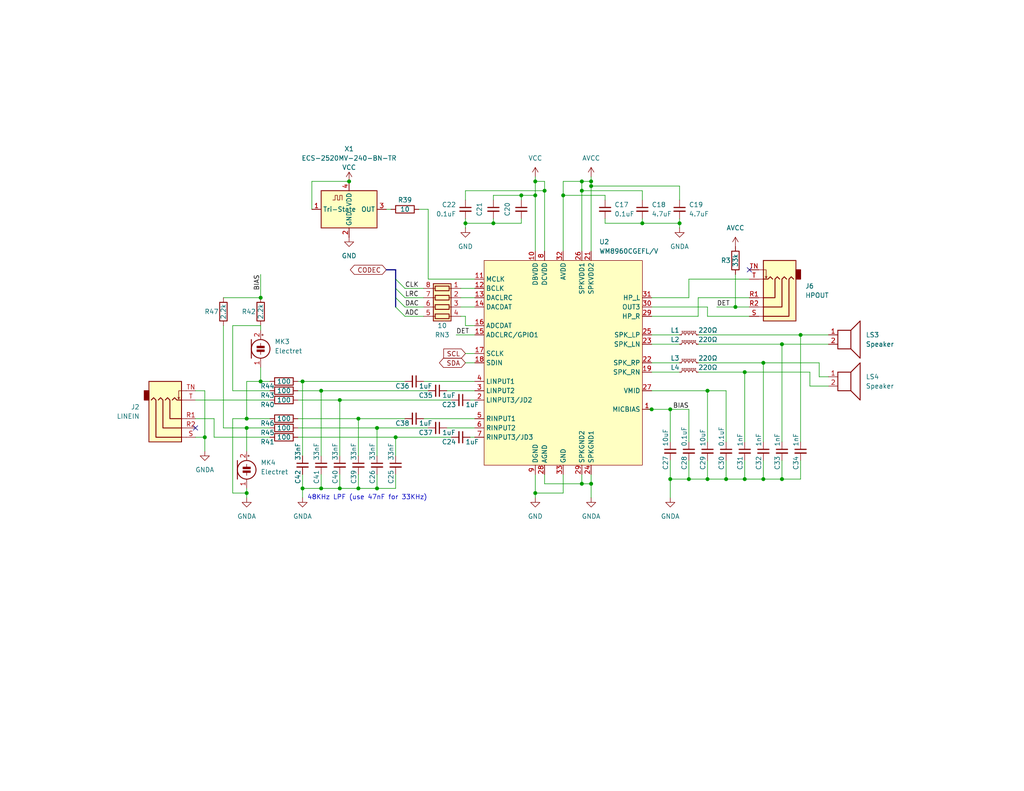
<source format=kicad_sch>
(kicad_sch (version 20231120) (generator "eeschema") (generator_version "8.0")
  (paper "A")
  (title_block (title "PicoSynth_Sandbox - Audio Output") (date "2024-09-08") (rev "3") (comment 3 "pico-synth-sandbox.dcdalrymple.com") (comment 4 "D Cooper Dalrymple"))
  (lib_symbols
    (symbol "Connector_Audio:AudioJack4_SwitchT1"
      (property "Reference" "J" (at 0 11.43 0))
      (property "Value" "AudioJack4_SwitchT1" (at 0 8.89 0))
      (symbol "AudioJack4_SwitchT1_0_1"
        (rectangle (start -7.62 -5.08) (end -8.89 -7.62) (stroke (width 0.254)) (fill (type outline)))
        (polyline (pts (xy 1.27 -5.08) (xy 2.54 -5.08)))
        (polyline (pts (xy 1.27 2.54) (xy 2.54 2.54)))
        (polyline (pts (xy 2.54 0) (xy 1.27 0)))
        (polyline (pts (xy 2.54 5.08) (xy 1.27 5.08)))
        (rectangle (start 1.27 6.35) (end -7.62 -10.16) (stroke (width 0.254)) (fill (type background)))
      )
      (symbol "AudioJack4_SwitchT1_1_1"
        (polyline (pts (xy 0.508 -5.334) (xy 0.762 -5.842)))
        (polyline (pts (xy -1.27 -5.08) (xy -0.635 -5.715) (xy 0 -5.08) (xy 1.27 -5.08)) (stroke (width 0.254)))
        (polyline (pts (xy 2.54 -7.62) (xy 0.508 -7.62) (xy 0.508 -5.334) (xy 0.254 -5.842)))
        (polyline (pts (xy -3.175 -5.08) (xy -2.54 -5.715) (xy -1.905 -5.08) (xy -1.905 0) (xy 1.27 0)) (stroke (width 0.254)))
        (polyline (pts (xy 1.27 2.54) (xy -3.81 2.54) (xy -3.81 -5.08) (xy -4.445 -5.715) (xy -5.08 -5.08)) (stroke (width 0.254)))
        (polyline (pts (xy 1.27 5.08) (xy -5.715 5.08) (xy -5.715 -5.08) (xy -6.35 -5.715) (xy -6.985 -5.08)) (stroke (width 0.254)))
        (pin passive line (at 5.08 0 180) (length 2.54) (name "~") (number "R1"))
        (pin passive line (at 5.08 2.54 180) (length 2.54) (name "~") (number "R2"))
        (pin passive line (at 5.08 5.08 180) (length 2.54) (name "~") (number "S"))
        (pin passive line (at 5.08 -5.08 180) (length 2.54) (name "~") (number "T"))
        (pin passive line (at 5.08 -7.62 180) (length 2.54) (name "~") (number "TN"))
      )
    )
    (symbol "Device:C_Small" (pin_numbers hide) (pin_names (offset 0.254) hide)
      (property "Reference" "C" (at 0.254 1.778 0))
      (property "Value" "C_Small" (at 0.254 -2.032 0))
      (symbol "C_Small_0_1"
        (polyline (pts (xy -1.524 -0.508) (xy 1.524 -0.508)) (stroke (width 0.3302)))
        (polyline (pts (xy -1.524 0.508) (xy 1.524 0.508)) (stroke (width 0.3048)))
      )
      (symbol "C_Small_1_1"
        (pin passive line (at 0 2.54 270) (length 2.032) (name "~") (number "1"))
        (pin passive line (at 0 -2.54 90) (length 2.032) (name "~") (number "2"))
      )
    )
    (symbol "Device:L_Ferrite_Small" (pin_numbers hide) (pin_names (offset 0.254) hide)
      (property "Reference" "L" (at 1.27 1.016 0))
      (property "Value" "L_Ferrite_Small" (at 1.27 -1.27 0))
      (symbol "L_Ferrite_Small_0_1"
        (arc (start 0 -2.032) (mid 0.5058 -1.524) (end 0 -1.016))
        (arc (start 0 -1.016) (mid 0.5058 -0.508) (end 0 0))
        (polyline (pts (xy 0.762 -1.905) (xy 0.762 -1.651)))
        (polyline (pts (xy 0.762 -1.397) (xy 0.762 -1.143)))
        (polyline (pts (xy 0.762 -0.889) (xy 0.762 -0.635)))
        (polyline (pts (xy 0.762 -0.381) (xy 0.762 -0.127)))
        (polyline (pts (xy 0.762 0.127) (xy 0.762 0.381)))
        (polyline (pts (xy 0.762 0.635) (xy 0.762 0.889)))
        (polyline (pts (xy 0.762 1.143) (xy 0.762 1.397)))
        (polyline (pts (xy 0.762 1.651) (xy 0.762 1.905)))
        (polyline (pts (xy 1.016 -1.651) (xy 1.016 -1.905)))
        (polyline (pts (xy 1.016 -1.143) (xy 1.016 -1.397)))
        (polyline (pts (xy 1.016 -0.635) (xy 1.016 -0.889)))
        (polyline (pts (xy 1.016 -0.127) (xy 1.016 -0.381)))
        (polyline (pts (xy 1.016 0.381) (xy 1.016 0.127)))
        (polyline (pts (xy 1.016 0.889) (xy 1.016 0.635)))
        (polyline (pts (xy 1.016 1.397) (xy 1.016 1.143)))
        (polyline (pts (xy 1.016 1.905) (xy 1.016 1.651)))
        (arc (start 0 0) (mid 0.5058 0.508) (end 0 1.016))
        (arc (start 0 1.016) (mid 0.5058 1.524) (end 0 2.032))
      )
      (symbol "L_Ferrite_Small_1_1"
        (pin passive line (at 0 2.54 270) (length 0.508) (name "~") (number "1"))
        (pin passive line (at 0 -2.54 90) (length 0.508) (name "~") (number "2"))
      )
    )
    (symbol "Device:Microphone_Condenser" (pin_names (offset 0.0254) hide)
      (property "Reference" "MK" (at -3.302 1.27 0))
      (property "Value" "Microphone_Condenser" (at -3.302 -0.635 0))
      (symbol "Microphone_Condenser_0_1"
        (polyline (pts (xy -2.54 2.54) (xy -2.54 -2.54)) (stroke (width 0.254)))
        (polyline (pts (xy 0 -0.762) (xy 0 -1.524)))
        (polyline (pts (xy 0 0.762) (xy 0 1.524)))
        (polyline (pts (xy 0.254 3.81) (xy 0.762 3.81)))
        (polyline (pts (xy 0.508 4.064) (xy 0.508 3.556)))
        (circle (center 0 0) (radius 2.54) (stroke (width 0.254)))
        (rectangle (start 1.016 -0.254) (end -1.016 -0.762) (fill (type outline)))
        (rectangle (start 1.016 0.762) (end -1.016 0.254) (fill (type outline)))
      )
      (symbol "Microphone_Condenser_1_1"
        (pin passive line (at 0 -5.08 90) (length 2.54) (name "-") (number "1"))
        (pin passive line (at 0 5.08 270) (length 2.54) (name "+") (number "2"))
      )
    )
    (symbol "Device:R" (pin_numbers hide) (pin_names (offset 0))
      (property "Reference" "R" (at 2.032 0 90))
      (property "Value" "R" (at 0 0 90))
      (symbol "R_0_1"
        (rectangle (start -1.016 -2.54) (end 1.016 2.54) (stroke (width 0.254)))
      )
      (symbol "R_1_1"
        (pin passive line (at 0 3.81 270) (length 1.27) (name "~") (number "1"))
        (pin passive line (at 0 -3.81 90) (length 1.27) (name "~") (number "2"))
      )
    )
    (symbol "Device:R_Pack04" (pin_names (offset 0) hide)
      (property "Reference" "RN" (at -7.62 0 90))
      (property "Value" "R_Pack04" (at 5.08 0 90))
      (symbol "R_Pack04_0_1"
        (rectangle (start -6.35 -2.413) (end 3.81 2.413) (stroke (width 0.254)) (fill (type background)))
        (rectangle (start -5.715 1.905) (end -4.445 -1.905) (stroke (width 0.254)))
        (rectangle (start -3.175 1.905) (end -1.905 -1.905) (stroke (width 0.254)))
        (rectangle (start -0.635 1.905) (end 0.635 -1.905) (stroke (width 0.254)))
        (polyline (pts (xy -5.08 -2.54) (xy -5.08 -1.905)))
        (polyline (pts (xy -5.08 1.905) (xy -5.08 2.54)))
        (polyline (pts (xy -2.54 -2.54) (xy -2.54 -1.905)))
        (polyline (pts (xy -2.54 1.905) (xy -2.54 2.54)))
        (polyline (pts (xy 0 -2.54) (xy 0 -1.905)))
        (polyline (pts (xy 0 1.905) (xy 0 2.54)))
        (polyline (pts (xy 2.54 -2.54) (xy 2.54 -1.905)))
        (polyline (pts (xy 2.54 1.905) (xy 2.54 2.54)))
        (rectangle (start 1.905 1.905) (end 3.175 -1.905) (stroke (width 0.254)))
      )
      (symbol "R_Pack04_1_1"
        (pin passive line (at -5.08 -5.08 90) (length 2.54) (name "R1.1") (number "1"))
        (pin passive line (at -2.54 -5.08 90) (length 2.54) (name "R2.1") (number "2"))
        (pin passive line (at 0 -5.08 90) (length 2.54) (name "R3.1") (number "3"))
        (pin passive line (at 2.54 -5.08 90) (length 2.54) (name "R4.1") (number "4"))
        (pin passive line (at 2.54 5.08 270) (length 2.54) (name "R4.2") (number "5"))
        (pin passive line (at 0 5.08 270) (length 2.54) (name "R3.2") (number "6"))
        (pin passive line (at -2.54 5.08 270) (length 2.54) (name "R2.2") (number "7"))
        (pin passive line (at -5.08 5.08 270) (length 2.54) (name "R1.2") (number "8"))
      )
    )
    (symbol "Device:Speaker" (pin_names (offset 0) hide)
      (property "Reference" "LS" (at 1.27 5.715 0))
      (property "Value" "Speaker" (at 1.27 3.81 0))
      (symbol "Speaker_0_0"
        (rectangle (start -2.54 1.27) (end 1.016 -3.81) (stroke (width 0.254)))
        (polyline (pts (xy 1.016 1.27) (xy 3.556 3.81) (xy 3.556 -6.35) (xy 1.016 -3.81)) (stroke (width 0.254)))
      )
      (symbol "Speaker_1_1"
        (pin input line (at -5.08 0 0) (length 2.54) (name "1") (number "1"))
        (pin input line (at -5.08 -2.54 0) (length 2.54) (name "2") (number "2"))
      )
    )
    (symbol "GNDA_1" (power) (pin_numbers hide) (pin_names (offset 0) hide)
      (property "Value" "GNDA" (at 0 -3.81 0))
      (symbol "GNDA_1_0_1"
        (polyline (pts (xy 0 0) (xy 0 -1.27) (xy 1.27 -1.27) (xy 0 -2.54) (xy -1.27 -1.27) (xy 0 -1.27)))
      )
      (symbol "GNDA_1_1_1"
        (pin power_in line (at 0 0 270) (length 0) (name "~") (number "1"))
      )
    )
    (symbol "Oscillator:ECS-2520MV-xxx-xx"
      (property "Reference" "X" (at -5.08 6.35 0))
      (property "Value" "ECS-2520MV-xxx-xx" (at 1.27 -6.35 0))
      (symbol "ECS-2520MV-xxx-xx_0_1"
        (rectangle (start -7.62 5.08) (end 7.62 -5.08) (stroke (width 0.254)) (fill (type background)))
        (polyline (pts (xy -4.445 2.54) (xy -3.81 2.54) (xy -3.81 3.81) (xy -3.175 3.81) (xy -3.175 2.54) (xy -2.54 2.54) (xy -2.54 3.81) (xy -1.905 3.81) (xy -1.905 2.54)))
      )
      (symbol "ECS-2520MV-xxx-xx_1_1"
        (pin input line (at -10.16 0 0) (length 2.54) (name "Tri-State") (number "1"))
        (pin power_in line (at 0 -7.62 90) (length 2.54) (name "GND") (number "2"))
        (pin output line (at 10.16 0 180) (length 2.54) (name "OUT") (number "3"))
        (pin power_in line (at 0 7.62 270) (length 2.54) (name "VDD") (number "4"))
      )
    )
    (symbol "PicoSynth_Sandbox:AVCC" (power) (pin_names (offset 0))
      (property "Value" "AVCC" (at 0 3.81 0))
      (symbol "AVCC_0_1"
        (polyline (pts (xy -0.762 1.27) (xy 0 2.54)))
        (polyline (pts (xy 0 0) (xy 0 2.54)))
        (polyline (pts (xy 0 2.54) (xy 0.762 1.27)))
      )
      (symbol "AVCC_1_1"
        (pin power_in line (at 0 0 90) (length 0) hide (name "VSYS") (number "1"))
      )
    )
    (symbol "PicoSynth_Sandbox:WM8960CGEFL/V"
      (property "Reference" "U" (at 22.86 26.67 0))
      (property "Value" "WM8960CGEFL/V" (at 22.86 24.13 0))
      (symbol "WM8960CGEFL/V_1_1"
        (rectangle (start -21.59 27.94) (end 21.59 -27.94) (fill (type background)))
        (pin input line (at 24.13 -12.7 180) (length 2.54) (name "MICBIAS") (number "1"))
        (pin power_in line (at -7.62 30.48 270) (length 2.54) (name "DBVDD") (number "10"))
        (pin input line (at -24.13 22.86 0) (length 2.54) (name "MCLK") (number "11"))
        (pin input line (at -24.13 20.32 0) (length 2.54) (name "BCLK") (number "12"))
        (pin input line (at -24.13 17.78 0) (length 2.54) (name "DACLRC") (number "13"))
        (pin input line (at -24.13 15.24 0) (length 2.54) (name "DACDAT") (number "14"))
        (pin output line (at -24.13 7.62 0) (length 2.54) (name "ADCLRC/GPIO1") (number "15"))
        (pin output line (at -24.13 10.16 0) (length 2.54) (name "ADCDAT") (number "16"))
        (pin input line (at -24.13 2.54 0) (length 2.54) (name "SCLK") (number "17"))
        (pin bidirectional line (at -24.13 0 0) (length 2.54) (name "SDIN") (number "18"))
        (pin output line (at 24.13 -2.54 180) (length 2.54) (name "SPK_RN") (number "19"))
        (pin input line (at -24.13 -10.16 0) (length 2.54) (name "LINPUT3/JD2") (number "2"))
        (pin power_in line (at 7.62 30.48 270) (length 2.54) (name "SPKVDD2") (number "21"))
        (pin output line (at 24.13 0 180) (length 2.54) (name "SPK_RP") (number "22"))
        (pin output line (at 24.13 5.08 180) (length 2.54) (name "SPK_LN") (number "23"))
        (pin power_in line (at 7.62 -30.48 90) (length 2.54) (name "SPKGND1") (number "24"))
        (pin output line (at 24.13 7.62 180) (length 2.54) (name "SPK_LP") (number "25"))
        (pin power_in line (at 5.08 30.48 270) (length 2.54) (name "SPKVDD1") (number "26"))
        (pin input line (at 24.13 -7.62 180) (length 2.54) (name "VMID") (number "27"))
        (pin power_in line (at -5.08 -30.48 90) (length 2.54) (name "AGND") (number "28"))
        (pin output line (at 24.13 12.7 180) (length 2.54) (name "HP_R") (number "29"))
        (pin power_in line (at 5.08 -30.48 90) (length 2.54) (name "SPKGND2") (number "29"))
        (pin input line (at -24.13 -7.62 0) (length 2.54) (name "LINPUT2") (number "3"))
        (pin output line (at 24.13 15.24 180) (length 2.54) (name "OUT3") (number "30"))
        (pin output line (at 24.13 17.78 180) (length 2.54) (name "HP_L") (number "31"))
        (pin power_in line (at 0 30.48 270) (length 2.54) (name "AVDD") (number "32"))
        (pin power_in line (at 0 -30.48 90) (length 2.54) (name "GND") (number "33"))
        (pin input line (at -24.13 -5.08 0) (length 2.54) (name "LINPUT1") (number "4"))
        (pin input line (at -24.13 -15.24 0) (length 2.54) (name "RINPUT1") (number "5"))
        (pin input line (at -24.13 -17.78 0) (length 2.54) (name "RINPUT2") (number "6"))
        (pin input line (at -24.13 -20.32 0) (length 2.54) (name "RINPUT3/JD3") (number "7"))
        (pin power_in line (at -5.08 30.48 270) (length 2.54) (name "DCVDD") (number "8"))
        (pin power_in line (at -7.62 -30.48 90) (length 2.54) (name "DGND") (number "9"))
      )
    )
    (symbol "power:GND" (power) (pin_numbers hide) (pin_names (offset 0) hide)
      (property "Value" "GND" (at 0 -3.81 0))
      (symbol "GND_0_1"
        (polyline (pts (xy 0 0) (xy 0 -1.27) (xy 1.27 -1.27) (xy 0 -2.54) (xy -1.27 -1.27) (xy 0 -1.27)))
      )
      (symbol "GND_1_1"
        (pin power_in line (at 0 0 270) (length 0) (name "~") (number "1"))
      )
    )
    (symbol "power:GNDA" (power) (pin_names (offset 0))
      (property "Value" "GNDA" (at 0 -3.81 0))
      (symbol "GNDA_0_1"
        (polyline (pts (xy 0 0) (xy 0 -1.27) (xy 1.27 -1.27) (xy 0 -2.54) (xy -1.27 -1.27) (xy 0 -1.27)))
      )
      (symbol "GNDA_1_1"
        (pin power_in line (at 0 0 270) (length 0) hide (name "GNDA") (number "1"))
      )
    )
    (symbol "power:VCC" (power) (pin_numbers hide) (pin_names (offset 0) hide)
      (property "Value" "VCC" (at 0 3.556 0))
      (symbol "VCC_0_1"
        (polyline (pts (xy -0.762 1.27) (xy 0 2.54)))
        (polyline (pts (xy 0 0) (xy 0 2.54)))
        (polyline (pts (xy 0 2.54) (xy 0.762 1.27)))
      )
      (symbol "VCC_1_1"
        (pin power_in line (at 0 0 90) (length 0) (name "~") (number "1"))
      )
    )
  )
  (junction (at 67.31 114.3))
  (junction (at 102.87 116.84))
  (junction (at 82.55 133.35))
  (junction (at 158.75 132.08))
  (junction (at 87.63 106.68))
  (junction (at 55.88 119.38))
  (junction (at 185.42 60.96))
  (junction (at 87.63 133.35))
  (junction (at 213.36 93.98))
  (junction (at 177.8 111.76))
  (junction (at 200.66 83.82))
  (junction (at 213.36 130.81))
  (junction (at 102.87 133.35))
  (junction (at 193.04 130.81))
  (junction (at 175.26 60.96))
  (junction (at 67.31 134.62))
  (junction (at 71.12 81.28))
  (junction (at 146.05 53.34))
  (junction (at 158.75 49.53))
  (junction (at 182.88 111.76))
  (junction (at 71.12 104.14))
  (junction (at 187.96 130.81))
  (junction (at 82.55 104.14))
  (junction (at 148.59 52.07))
  (junction (at 146.05 49.53))
  (junction (at 161.29 132.08))
  (junction (at 198.12 130.81))
  (junction (at 208.28 99.06))
  (junction (at 146.05 134.62))
  (junction (at 92.71 133.35))
  (junction (at 142.24 53.34))
  (junction (at 208.28 130.81))
  (junction (at 158.75 52.07))
  (junction (at 182.88 130.81))
  (junction (at 97.79 114.3))
  (junction (at 95.25 49.53))
  (junction (at 218.44 91.44))
  (junction (at 153.67 53.34))
  (junction (at 161.29 50.8))
  (junction (at 67.31 116.84))
  (junction (at 127 60.96))
  (junction (at 134.62 60.96))
  (junction (at 97.79 133.35))
  (junction (at 193.04 106.68))
  (junction (at 107.95 119.38))
  (junction (at 203.2 130.81))
  (junction (at 161.29 49.53))
  (junction (at 92.71 109.22))
  (junction (at 203.2 101.6))
  (no_connect (at 53.34 116.84))
  (no_connect (at 204.47 73.66))
  (bus_entry (at 107.95 78.74) (size 2.54 2.54))
  (bus_entry (at 107.95 83.82) (size 2.54 2.54))
  (bus_entry (at 107.95 76.2) (size 2.54 2.54))
  (bus_entry (at 107.95 81.28) (size 2.54 2.54))
  (wire (pts (xy 153.67 53.34) (xy 153.67 68.58)))
  (wire (pts (xy 158.75 129.54) (xy 158.75 132.08)))
  (wire (pts (xy 223.52 102.87) (xy 223.52 99.06)))
  (wire (pts (xy 218.44 91.44) (xy 218.44 120.65)))
  (wire (pts (xy 63.5 134.62) (xy 63.5 114.3)))
  (wire (pts (xy 175.26 60.96) (xy 175.26 59.69)))
  (wire (pts (xy 87.63 106.68) (xy 116.84 106.68)))
  (wire (pts (xy 187.96 120.65) (xy 187.96 111.76)))
  (wire (pts (xy 148.59 52.07) (xy 148.59 68.58)))
  (wire (pts (xy 125.73 81.28) (xy 129.54 81.28)))
  (wire (pts (xy 146.05 49.53) (xy 148.59 49.53)))
  (wire (pts (xy 105.41 57.15) (xy 106.68 57.15)))
  (wire (pts (xy 190.5 91.44) (xy 218.44 91.44)))
  (wire (pts (xy 193.04 83.82) (xy 193.04 86.36)))
  (wire (pts (xy 127 99.06) (xy 129.54 99.06)))
  (wire (pts (xy 177.8 106.68) (xy 193.04 106.68)))
  (wire (pts (xy 67.31 135.89) (xy 67.31 134.62)))
  (wire (pts (xy 63.5 106.68) (xy 73.66 106.68)))
  (wire (pts (xy 81.28 104.14) (xy 82.55 104.14)))
  (wire (pts (xy 165.1 60.96) (xy 165.1 59.69)))
  (wire (pts (xy 220.98 101.6) (xy 220.98 105.41)))
  (wire (pts (xy 218.44 125.73) (xy 218.44 130.81)))
  (wire (pts (xy 60.96 88.9) (xy 60.96 116.84)))
  (wire (pts (xy 128.27 119.38) (xy 129.54 119.38)))
  (wire (pts (xy 218.44 91.44) (xy 226.06 91.44)))
  (wire (pts (xy 148.59 49.53) (xy 148.59 52.07)))
  (wire (pts (xy 115.57 114.3) (xy 129.54 114.3)))
  (wire (pts (xy 97.79 124.46) (xy 97.79 114.3)))
  (wire (pts (xy 223.52 99.06) (xy 208.28 99.06)))
  (wire (pts (xy 158.75 132.08) (xy 161.29 132.08)))
  (wire (pts (xy 102.87 116.84) (xy 116.84 116.84)))
  (wire (pts (xy 158.75 52.07) (xy 158.75 68.58)))
  (wire (pts (xy 185.42 59.69) (xy 185.42 60.96)))
  (wire (pts (xy 82.55 129.54) (xy 82.55 133.35)))
  (wire (pts (xy 175.26 60.96) (xy 165.1 60.96)))
  (wire (pts (xy 190.5 99.06) (xy 208.28 99.06)))
  (wire (pts (xy 127 86.36) (xy 127 88.9)))
  (wire (pts (xy 127 54.61) (xy 127 52.07)))
  (wire (pts (xy 213.36 93.98) (xy 226.06 93.98)))
  (wire (pts (xy 134.62 53.34) (xy 134.62 54.61)))
  (wire (pts (xy 81.28 109.22) (xy 92.71 109.22)))
  (wire (pts (xy 116.84 76.2) (xy 129.54 76.2)))
  (wire (pts (xy 87.63 129.54) (xy 87.63 133.35)))
  (wire (pts (xy 81.28 119.38) (xy 107.95 119.38)))
  (wire (pts (xy 53.34 119.38) (xy 55.88 119.38)))
  (wire (pts (xy 153.67 49.53) (xy 153.67 53.34)))
  (wire (pts (xy 115.57 104.14) (xy 129.54 104.14)))
  (wire (pts (xy 182.88 130.81) (xy 182.88 135.89)))
  (wire (pts (xy 208.28 130.81) (xy 203.2 130.81)))
  (wire (pts (xy 177.8 91.44) (xy 185.42 91.44)))
  (wire (pts (xy 203.2 101.6) (xy 220.98 101.6)))
  (wire (pts (xy 63.5 114.3) (xy 67.31 114.3)))
  (wire (pts (xy 158.75 52.07) (xy 175.26 52.07)))
  (wire (pts (xy 198.12 106.68) (xy 198.12 120.65)))
  (wire (pts (xy 125.73 78.74) (xy 129.54 78.74)))
  (wire (pts (xy 110.49 78.74) (xy 115.57 78.74)))
  (wire (pts (xy 58.42 119.38) (xy 73.66 119.38)))
  (wire (pts (xy 198.12 130.81) (xy 198.12 125.73)))
  (wire (pts (xy 146.05 129.54) (xy 146.05 134.62)))
  (wire (pts (xy 97.79 129.54) (xy 97.79 133.35)))
  (wire (pts (xy 87.63 133.35) (xy 92.71 133.35)))
  (wire (pts (xy 81.28 106.68) (xy 87.63 106.68)))
  (wire (pts (xy 208.28 125.73) (xy 208.28 130.81)))
  (wire (pts (xy 127 52.07) (xy 148.59 52.07)))
  (wire (pts (xy 190.5 93.98) (xy 213.36 93.98)))
  (wire (pts (xy 107.95 133.35) (xy 107.95 129.54)))
  (wire (pts (xy 53.34 109.22) (xy 73.66 109.22)))
  (wire (pts (xy 208.28 99.06) (xy 208.28 120.65)))
  (wire (pts (xy 67.31 116.84) (xy 73.66 116.84)))
  (wire (pts (xy 127 62.23) (xy 127 60.96)))
  (wire (pts (xy 82.55 124.46) (xy 82.55 104.14)))
  (wire (pts (xy 158.75 49.53) (xy 153.67 49.53)))
  (wire (pts (xy 97.79 133.35) (xy 102.87 133.35)))
  (wire (pts (xy 185.42 54.61) (xy 185.42 50.8)))
  (wire (pts (xy 148.59 132.08) (xy 158.75 132.08)))
  (wire (pts (xy 146.05 49.53) (xy 146.05 53.34)))
  (wire (pts (xy 203.2 125.73) (xy 203.2 130.81)))
  (wire (pts (xy 146.05 135.89) (xy 146.05 134.62)))
  (wire (pts (xy 107.95 119.38) (xy 123.19 119.38)))
  (wire (pts (xy 110.49 86.36) (xy 115.57 86.36)))
  (wire (pts (xy 87.63 124.46) (xy 87.63 106.68)))
  (wire (pts (xy 121.92 116.84) (xy 129.54 116.84)))
  (wire (pts (xy 187.96 130.81) (xy 182.88 130.81)))
  (wire (pts (xy 67.31 114.3) (xy 73.66 114.3)))
  (wire (pts (xy 127 88.9) (xy 129.54 88.9)))
  (wire (pts (xy 134.62 60.96) (xy 142.24 60.96)))
  (wire (pts (xy 161.29 49.53) (xy 161.29 50.8)))
  (wire (pts (xy 142.24 53.34) (xy 134.62 53.34)))
  (wire (pts (xy 110.49 83.82) (xy 115.57 83.82)))
  (wire (pts (xy 58.42 114.3) (xy 58.42 119.38)))
  (wire (pts (xy 175.26 54.61) (xy 175.26 52.07)))
  (wire (pts (xy 177.8 93.98) (xy 185.42 93.98)))
  (wire (pts (xy 193.04 106.68) (xy 198.12 106.68)))
  (wire (pts (xy 142.24 60.96) (xy 142.24 59.69)))
  (wire (pts (xy 182.88 125.73) (xy 182.88 130.81)))
  (wire (pts (xy 85.09 49.53) (xy 95.25 49.53)))
  (wire (pts (xy 125.73 86.36) (xy 127 86.36)))
  (wire (pts (xy 187.96 125.73) (xy 187.96 130.81)))
  (wire (pts (xy 67.31 123.19) (xy 67.31 116.84)))
  (wire (pts (xy 203.2 101.6) (xy 203.2 120.65)))
  (wire (pts (xy 165.1 54.61) (xy 165.1 53.34)))
  (wire (pts (xy 187.96 76.2) (xy 204.47 76.2)))
  (wire (pts (xy 218.44 130.81) (xy 213.36 130.81)))
  (wire (pts (xy 195.58 83.82) (xy 200.66 83.82)))
  (wire (pts (xy 71.12 104.14) (xy 73.66 104.14)))
  (wire (pts (xy 127 60.96) (xy 134.62 60.96)))
  (wire (pts (xy 193.04 125.73) (xy 193.04 130.81)))
  (wire (pts (xy 185.42 60.96) (xy 185.42 62.23)))
  (wire (pts (xy 193.04 130.81) (xy 198.12 130.81)))
  (wire (pts (xy 161.29 50.8) (xy 161.29 68.58)))
  (wire (pts (xy 116.84 57.15) (xy 116.84 76.2)))
  (wire (pts (xy 193.04 86.36) (xy 204.47 86.36)))
  (wire (pts (xy 127 60.96) (xy 127 59.69)))
  (wire (pts (xy 125.73 83.82) (xy 129.54 83.82)))
  (wire (pts (xy 67.31 134.62) (xy 63.5 134.62)))
  (wire (pts (xy 110.49 81.28) (xy 115.57 81.28)))
  (wire (pts (xy 127 96.52) (xy 129.54 96.52)))
  (wire (pts (xy 187.96 111.76) (xy 182.88 111.76)))
  (wire (pts (xy 92.71 109.22) (xy 123.19 109.22)))
  (wire (pts (xy 176.53 111.76) (xy 177.8 111.76)))
  (wire (pts (xy 146.05 134.62) (xy 153.67 134.62)))
  (wire (pts (xy 107.95 119.38) (xy 107.95 124.46)))
  (wire (pts (xy 161.29 48.26) (xy 161.29 49.53)))
  (wire (pts (xy 177.8 111.76) (xy 182.88 111.76)))
  (wire (pts (xy 102.87 124.46) (xy 102.87 116.84)))
  (wire (pts (xy 71.12 74.93) (xy 71.12 81.28)))
  (wire (pts (xy 142.24 53.34) (xy 146.05 53.34)))
  (wire (pts (xy 114.3 57.15) (xy 116.84 57.15)))
  (bus (pts (xy 107.95 76.2) (xy 107.95 73.66)))
  (wire (pts (xy 177.8 101.6) (xy 185.42 101.6)))
  (wire (pts (xy 55.88 119.38) (xy 55.88 123.19)))
  (wire (pts (xy 220.98 105.41) (xy 226.06 105.41)))
  (wire (pts (xy 177.8 83.82) (xy 193.04 83.82)))
  (wire (pts (xy 60.96 116.84) (xy 67.31 116.84)))
  (wire (pts (xy 187.96 81.28) (xy 187.96 76.2)))
  (wire (pts (xy 190.5 81.28) (xy 204.47 81.28)))
  (wire (pts (xy 81.28 116.84) (xy 102.87 116.84)))
  (wire (pts (xy 85.09 57.15) (xy 85.09 49.53)))
  (wire (pts (xy 102.87 133.35) (xy 107.95 133.35)))
  (wire (pts (xy 213.36 93.98) (xy 213.36 120.65)))
  (wire (pts (xy 190.5 101.6) (xy 203.2 101.6)))
  (wire (pts (xy 200.66 83.82) (xy 204.47 83.82)))
  (wire (pts (xy 161.29 49.53) (xy 158.75 49.53)))
  (bus (pts (xy 107.95 81.28) (xy 107.95 83.82)))
  (wire (pts (xy 128.27 109.22) (xy 129.54 109.22)))
  (wire (pts (xy 82.55 133.35) (xy 82.55 135.89)))
  (wire (pts (xy 203.2 130.81) (xy 198.12 130.81)))
  (wire (pts (xy 213.36 130.81) (xy 208.28 130.81)))
  (bus (pts (xy 107.95 76.2) (xy 107.95 78.74)))
  (wire (pts (xy 92.71 109.22) (xy 92.71 124.46)))
  (wire (pts (xy 182.88 111.76) (xy 182.88 120.65)))
  (wire (pts (xy 71.12 88.9) (xy 63.5 88.9)))
  (wire (pts (xy 71.12 88.9) (xy 71.12 90.17)))
  (wire (pts (xy 82.55 104.14) (xy 110.49 104.14)))
  (wire (pts (xy 185.42 50.8) (xy 161.29 50.8)))
  (wire (pts (xy 60.96 81.28) (xy 71.12 81.28)))
  (wire (pts (xy 146.05 53.34) (xy 146.05 68.58)))
  (wire (pts (xy 190.5 86.36) (xy 190.5 81.28)))
  (wire (pts (xy 67.31 104.14) (xy 67.31 114.3)))
  (wire (pts (xy 185.42 60.96) (xy 175.26 60.96)))
  (wire (pts (xy 53.34 114.3) (xy 58.42 114.3)))
  (wire (pts (xy 81.28 114.3) (xy 97.79 114.3)))
  (wire (pts (xy 193.04 130.81) (xy 187.96 130.81)))
  (wire (pts (xy 200.66 74.93) (xy 200.66 83.82)))
  (wire (pts (xy 161.29 135.89) (xy 161.29 132.08)))
  (bus (pts (xy 107.95 78.74) (xy 107.95 81.28)))
  (wire (pts (xy 92.71 133.35) (xy 97.79 133.35)))
  (wire (pts (xy 92.71 129.54) (xy 92.71 133.35)))
  (wire (pts (xy 193.04 106.68) (xy 193.04 120.65)))
  (wire (pts (xy 63.5 88.9) (xy 63.5 106.68)))
  (wire (pts (xy 97.79 114.3) (xy 110.49 114.3)))
  (wire (pts (xy 226.06 102.87) (xy 223.52 102.87)))
  (wire (pts (xy 153.67 134.62) (xy 153.67 129.54)))
  (wire (pts (xy 121.92 106.68) (xy 129.54 106.68)))
  (wire (pts (xy 161.29 132.08) (xy 161.29 129.54)))
  (wire (pts (xy 177.8 81.28) (xy 187.96 81.28)))
  (wire (pts (xy 177.8 86.36) (xy 190.5 86.36)))
  (wire (pts (xy 165.1 53.34) (xy 153.67 53.34)))
  (wire (pts (xy 148.59 129.54) (xy 148.59 132.08)))
  (wire (pts (xy 177.8 99.06) (xy 185.42 99.06)))
  (wire (pts (xy 213.36 125.73) (xy 213.36 130.81)))
  (wire (pts (xy 71.12 104.14) (xy 67.31 104.14)))
  (wire (pts (xy 82.55 133.35) (xy 87.63 133.35)))
  (wire (pts (xy 102.87 129.54) (xy 102.87 133.35)))
  (wire (pts (xy 142.24 54.61) (xy 142.24 53.34)))
  (wire (pts (xy 146.05 48.26) (xy 146.05 49.53)))
  (wire (pts (xy 158.75 49.53) (xy 158.75 52.07)))
  (wire (pts (xy 71.12 100.33) (xy 71.12 104.14)))
  (wire (pts (xy 55.88 106.68) (xy 55.88 119.38)))
  (wire (pts (xy 53.34 106.68) (xy 55.88 106.68)))
  (wire (pts (xy 67.31 134.62) (xy 67.31 133.35)))
  (bus (pts (xy 105.41 73.66) (xy 107.95 73.66)))
  (wire (pts (xy 124.46 91.44) (xy 129.54 91.44)))
  (wire (pts (xy 134.62 60.96) (xy 134.62 59.69)))
  (text "48KHz LPF (use 47nF for 33KHz)" (at 83.82 135.89 0) (effects (font (size 1.27 1.27)) (justify left)))
  (label "DET" (at 195.58 83.82 0))
  (label "LRC" (at 110.49 81.28 0))
  (label "CLK" (at 110.49 78.74 0))
  (label "BIAS" (at 187.96 111.76 180))
  (label "DAC" (at 110.49 83.82 0))
  (label "BIAS" (at 71.12 74.93 270))
  (label "DET" (at 124.46 91.44 0))
  (label "ADC" (at 110.49 86.36 0))
  (global_label "SCL" (shape input) (at 127 96.52 180) (property "Intersheetrefs" "${INTERSHEET_REFS}" (effects (hide yes))))
  (global_label "SDA" (shape bidirectional) (at 127 99.06 180) (property "Intersheetrefs" "${INTERSHEET_REFS}" (effects (hide yes))))
  (global_label "CODEC" (shape bidirectional) (at 105.41 73.66 180) (property "Intersheetrefs" "${INTERSHEET_REFS}" (effects (hide yes))))
  (symbol (lib_id "Device:C_Small") (at 175.26 57.15 0) (unit 1)
    (property "Reference" "C18" (at 177.8 55.8862 0) (effects (justify left)))
    (property "Value" "4.7uF" (at 177.8 58.4262 0) (effects (justify left)))
    (property "Description" "Unpolarized capacitor, small symbol" (effects (hide yes)))
  )
  (symbol (lib_id "PicoSynth_Sandbox:AVCC") (at 200.66 67.31 0) (unit 1)
    (property "Reference" "#PWR083" (effects (hide yes)))
    (property "Value" "AVCC" (at 200.66 62.23 0))
    (property "Description" "Power symbol creates a global label with name \"AVCC\"" (effects (hide yes)))
  )
  (symbol (lib_name "GNDA_1") (lib_id "power:GNDA") (at 161.29 135.89 0) (unit 1)
    (property "Reference" "#PWR081" (effects (hide yes)))
    (property "Value" "GNDA" (at 161.29 140.97 0))
    (property "Description" "Power symbol creates a global label with name \"GNDA\" , analog ground" (effects (hide yes)))
  )
  (symbol (lib_id "power:GND") (at 127 62.23 0) (unit 1)
    (property "Reference" "#PWR076" (effects (hide yes)))
    (property "Value" "GND" (at 127 67.31 0))
    (property "Description" "Power symbol creates a global label with name \"GND\" , ground" (effects (hide yes)))
  )
  (symbol (lib_id "Device:Microphone_Condenser") (at 67.31 128.27 0) (unit 1)
    (property "Reference" "MK4" (at 71.12 126.3014 0) (effects (justify left)))
    (property "Value" "Electret" (at 71.12 128.8414 0) (effects (justify left)))
    (property "Description" "Condenser microphone" (effects (hide yes)))
  )
  (symbol (lib_id "Device:C_Small") (at 187.96 123.19 0) (unit 1)
    (property "Reference" "C28" (at 186.69 124.46 90) (effects (justify right)))
    (property "Value" "0.1uF" (at 186.69 121.92 90) (effects (justify left)))
    (property "Description" "Unpolarized capacitor, small symbol" (effects (hide yes)))
  )
  (symbol (lib_id "Device:C_Small") (at 198.12 123.19 0) (unit 1)
    (property "Reference" "C30" (at 196.85 124.46 90) (effects (justify right)))
    (property "Value" "0.1uF" (at 196.85 121.92 90) (effects (justify left)))
    (property "Description" "Unpolarized capacitor, small symbol" (effects (hide yes)))
  )
  (symbol (lib_id "Device:C_Small") (at 113.03 104.14 270) (mirror x) (unit 1)
    (property "Reference" "C36" (at 111.76 105.41 90) (effects (justify right)))
    (property "Value" "1uF" (at 114.3 105.41 90) (effects (justify left)))
    (property "Description" "Unpolarized capacitor, small symbol" (effects (hide yes)))
  )
  (symbol (lib_id "Device:C_Small") (at 113.03 114.3 270) (mirror x) (unit 1)
    (property "Reference" "C38" (at 111.76 115.57 90) (effects (justify right)))
    (property "Value" "1uF" (at 114.3 115.57 90) (effects (justify left)))
    (property "Description" "Unpolarized capacitor, small symbol" (effects (hide yes)))
  )
  (symbol (lib_id "Device:C_Small") (at 185.42 57.15 0) (unit 1)
    (property "Reference" "C19" (at 187.96 55.8862 0) (effects (justify left)))
    (property "Value" "4.7uF" (at 187.96 58.4262 0) (effects (justify left)))
    (property "Description" "Unpolarized capacitor, small symbol" (effects (hide yes)))
  )
  (symbol (lib_id "Device:C_Small") (at 218.44 123.19 0) (unit 1)
    (property "Reference" "C34" (at 217.17 124.46 90) (effects (justify right)))
    (property "Value" "1nF" (at 217.17 121.92 90) (effects (justify left)))
    (property "Description" "Unpolarized capacitor, small symbol" (effects (hide yes)))
  )
  (symbol (lib_id "Device:C_Small") (at 102.87 127 0) (unit 1)
    (property "Reference" "C26" (at 101.6 128.27 90) (effects (justify right)))
    (property "Value" "33nF" (at 101.6 125.73 90) (effects (justify left)))
    (property "Description" "Unpolarized capacitor, small symbol" (effects (hide yes)))
  )
  (symbol (lib_id "power:VCC") (at 95.25 49.53 0) (unit 1)
    (property "Reference" "#PWR078" (effects (hide yes)))
    (property "Value" "VCC" (at 95.25 45.72 0))
    (property "Description" "Power symbol creates a global label with name \"VCC\"" (effects (hide yes)))
  )
  (symbol (lib_id "Device:R") (at 77.47 104.14 90) (unit 1)
    (property "Reference" "R44" (at 74.93 105.41 90) (effects (justify left)))
    (property "Value" "100" (at 77.47 104.14 90))
    (property "Description" "Resistor" (effects (hide yes)))
  )
  (symbol (lib_name "GNDA_1") (lib_id "power:GNDA") (at 182.88 135.89 0) (unit 1)
    (property "Reference" "#PWR082" (effects (hide yes)))
    (property "Value" "GNDA" (at 182.88 140.97 0))
    (property "Description" "Power symbol creates a global label with name \"GNDA\" , analog ground" (effects (hide yes)))
  )
  (symbol (lib_id "Device:C_Small") (at 134.62 57.15 0) (mirror y) (unit 1)
    (property "Reference" "C21" (at 130.81 57.15 90))
    (property "Value" "0.1uF" (effects (hide yes)))
    (property "Description" "Unpolarized capacitor, small symbol" (effects (hide yes)))
  )
  (symbol (lib_id "Device:C_Small") (at 142.24 57.15 0) (mirror y) (unit 1)
    (property "Reference" "C20" (at 138.43 57.15 90))
    (property "Value" "0.1uF" (effects (hide yes)))
    (property "Description" "Unpolarized capacitor, small symbol" (effects (hide yes)))
  )
  (symbol (lib_id "Device:R") (at 77.47 114.3 90) (unit 1)
    (property "Reference" "R46" (at 74.93 115.57 90) (effects (justify left)))
    (property "Value" "100" (at 77.47 114.3 90))
    (property "Description" "Resistor" (effects (hide yes)))
  )
  (symbol (lib_id "Device:R") (at 77.47 116.84 90) (unit 1)
    (property "Reference" "R45" (at 74.93 118.11 90) (effects (justify left)))
    (property "Value" "100" (at 77.47 116.84 90))
    (property "Description" "Resistor" (effects (hide yes)))
  )
  (symbol (lib_id "PicoSynth_Sandbox:AVCC") (at 161.29 48.26 0) (unit 1)
    (property "Reference" "#PWR075" (effects (hide yes)))
    (property "Value" "AVCC" (at 161.29 43.18 0))
    (property "Description" "Power symbol creates a global label with name \"AVCC\"" (effects (hide yes)))
  )
  (symbol (lib_id "Device:L_Ferrite_Small") (at 187.96 93.98 90) (unit 1)
    (property "Reference" "L2" (at 185.42 92.71 90) (effects (justify left)))
    (property "Value" "220Ω" (at 190.5 92.71 90) (effects (justify right)))
    (property "Description" "Inductor with ferrite core, small symbol" (effects (hide yes)))
  )
  (symbol (lib_id "Device:Microphone_Condenser") (at 71.12 95.25 0) (unit 1)
    (property "Reference" "MK3" (at 74.93 93.2814 0) (effects (justify left)))
    (property "Value" "Electret" (at 74.93 95.8214 0) (effects (justify left)))
    (property "Description" "Condenser microphone" (effects (hide yes)))
  )
  (symbol (lib_id "power:GNDA") (at 67.31 135.89 0) (unit 1)
    (property "Reference" "#PWR084" (effects (hide yes)))
    (property "Value" "GNDA" (at 67.31 140.97 0))
  )
  (symbol (lib_id "Device:R") (at 77.47 109.22 90) (unit 1)
    (property "Reference" "R40" (at 74.93 110.49 90) (effects (justify left)))
    (property "Value" "100" (at 77.47 109.22 90))
    (property "Description" "Resistor" (effects (hide yes)))
  )
  (symbol (lib_id "Device:Speaker") (at 231.14 102.87 0) (unit 1)
    (property "Reference" "LS4" (at 236.22 102.8699 0) (effects (justify left)))
    (property "Value" "Speaker" (at 236.22 105.4099 0) (effects (justify left)))
    (property "Description" "Speaker" (effects (hide yes)))
  )
  (symbol (lib_id "Device:R") (at 110.49 57.15 90) (unit 1)
    (property "Reference" "R39" (at 110.49 54.61 90))
    (property "Value" "10" (at 110.49 57.15 90))
    (property "Description" "Resistor" (effects (hide yes)))
  )
  (symbol (lib_id "Device:C_Small") (at 92.71 127 0) (unit 1)
    (property "Reference" "C40" (at 91.44 128.27 90) (effects (justify right)))
    (property "Value" "33nF" (at 91.44 125.73 90) (effects (justify left)))
    (property "Description" "Unpolarized capacitor, small symbol" (effects (hide yes)))
  )
  (symbol (lib_id "Device:R") (at 60.96 85.09 180) (unit 1)
    (property "Reference" "R47" (at 59.69 85.09 0) (effects (justify left)))
    (property "Value" "2.2k" (at 60.96 85.09 90))
    (property "Description" "Resistor" (effects (hide yes)))
  )
  (symbol (lib_id "Device:L_Ferrite_Small") (at 187.96 99.06 90) (unit 1)
    (property "Reference" "L3" (at 185.42 97.79 90) (effects (justify left)))
    (property "Value" "220Ω" (at 190.5 97.79 90) (effects (justify right)))
    (property "Description" "Inductor with ferrite core, small symbol" (effects (hide yes)))
  )
  (symbol (lib_id "Device:R") (at 200.66 71.12 0) (mirror y) (unit 1)
    (property "Reference" "R3" (at 199.39 71.12 0) (effects (justify left)))
    (property "Value" "33k" (at 200.66 71.12 90))
    (property "Description" "Resistor" (effects (hide yes)))
  )
  (symbol (lib_id "power:GNDA") (at 55.88 123.19 0) (unit 1)
    (property "Reference" "#PWR01" (effects (hide yes)))
    (property "Value" "GNDA" (at 55.88 128.27 0))
  )
  (symbol (lib_id "Device:R") (at 77.47 119.38 90) (unit 1)
    (property "Reference" "R41" (at 74.93 120.65 90) (effects (justify left)))
    (property "Value" "100" (at 77.47 119.38 90))
    (property "Description" "Resistor" (effects (hide yes)))
  )
  (symbol (lib_id "PicoSynth_Sandbox:WM8960CGEFL/V") (at 153.67 99.06 0) (unit 1)
    (property "Reference" "U2" (at 163.4841 66.04 0) (effects (justify left)))
    (property "Value" "WM8960CGEFL/V" (at 163.4841 68.58 0) (effects (justify left)))
    (property "Footprint" "Package_DFN_QFN:QFN-32-1EP_5x5mm_P0.5mm_EP3.3x3.3mm_ThermalVias" (effects (hide yes)))
    (property "Datasheet" "https://community.nxp.com/pwmxy87654/attachments/pwmxy87654/imx-processors/52419/1/WM8960.pdf" (effects (hide yes)))
    (property "Description" "Stereo CODEC with 1W Stereo Class D Speaker Drivers and\nHeadphone Drivers for Portable Audio Applications" (effects (hide yes)))
  )
  (symbol (lib_id "Oscillator:ECS-2520MV-xxx-xx") (at 95.25 57.15 0) (unit 1)
    (property "Reference" "X1" (at 95.25 40.64 0))
    (property "Value" "ECS-2520MV-240-BN-TR" (at 95.25 43.18 0))
    (property "Footprint" "Oscillator:Oscillator_SMD_ECS_2520MV-xxx-xx-4Pin_2.5x2.0mm" (effects (hide yes)))
    (property "Datasheet" "https://www.ecsxtal.com/store/pdf/ECS-2520MV.pdf" (effects (hide yes)))
    (property "Description" "HCMOS Crystal Clock Oscillator, 2.5x2.0 mm SMD" (effects (hide yes)))
  )
  (symbol (lib_id "Device:C_Small") (at 182.88 123.19 0) (unit 1)
    (property "Reference" "C27" (at 181.61 124.46 90) (effects (justify right)))
    (property "Value" "10uF" (at 181.61 121.92 90) (effects (justify left)))
    (property "Description" "Unpolarized capacitor, small symbol" (effects (hide yes)))
  )
  (symbol (lib_id "power:VCC") (at 146.05 48.26 0) (unit 1)
    (property "Reference" "#PWR073" (effects (hide yes)))
    (property "Value" "VCC" (at 146.05 43.18 0))
    (property "Description" "Power symbol creates a global label with name \"VCC\"" (effects (hide yes)))
  )
  (symbol (lib_id "Device:R") (at 77.47 106.68 90) (unit 1)
    (property "Reference" "R43" (at 74.93 107.95 90) (effects (justify left)))
    (property "Value" "100" (at 77.47 106.68 90))
    (property "Description" "Resistor" (effects (hide yes)))
  )
  (symbol (lib_id "Device:C_Small") (at 82.55 127 0) (unit 1)
    (property "Reference" "C42" (at 81.28 128.27 90) (effects (justify right)))
    (property "Value" "33nF" (at 81.28 125.73 90) (effects (justify left)))
    (property "Description" "Unpolarized capacitor, small symbol" (effects (hide yes)))
  )
  (symbol (lib_id "Device:C_Small") (at 107.95 127 0) (unit 1)
    (property "Reference" "C25" (at 106.68 128.27 90) (effects (justify right)))
    (property "Value" "33nF" (at 106.68 125.73 90) (effects (justify left)))
    (property "Description" "Unpolarized capacitor, small symbol" (effects (hide yes)))
  )
  (symbol (lib_id "Device:C_Small") (at 125.73 119.38 270) (mirror x) (unit 1)
    (property "Reference" "C24" (at 124.46 120.65 90) (effects (justify right)))
    (property "Value" "1uF" (at 127 120.65 90) (effects (justify left)))
    (property "Description" "Unpolarized capacitor, small symbol" (effects (hide yes)))
  )
  (symbol (lib_id "Device:L_Ferrite_Small") (at 187.96 101.6 90) (unit 1)
    (property "Reference" "L4" (at 185.42 100.33 90) (effects (justify left)))
    (property "Value" "220Ω" (at 190.5 100.33 90) (effects (justify right)))
    (property "Description" "Inductor with ferrite core, small symbol" (effects (hide yes)))
  )
  (symbol (lib_id "Connector_Audio:AudioJack4_SwitchT1") (at 48.26 114.3 0) (mirror x) (unit 1)
    (property "Reference" "J2" (at 38.1 111.125 0) (effects (justify right)))
    (property "Value" "LINEIN" (at 38.1 113.665 0) (effects (justify right)))
    (property "Footprint" "PicoSynth_Sandbox:Jack_3.5mm_PJ327A_Horizontal" (effects (hide yes)))
  )
  (symbol (lib_id "Device:R") (at 71.12 85.09 180) (unit 1)
    (property "Reference" "R42" (at 69.85 85.09 0) (effects (justify left)))
    (property "Value" "2.2k" (at 71.12 85.09 90))
    (property "Description" "Resistor" (effects (hide yes)))
  )
  (symbol (lib_id "power:GND") (at 95.25 64.77 0) (unit 1)
    (property "Reference" "#PWR079" (effects (hide yes)))
    (property "Value" "GND" (at 95.25 69.85 0))
    (property "Description" "Power symbol creates a global label with name \"GND\" , ground" (effects (hide yes)))
  )
  (symbol (lib_id "Device:C_Small") (at 97.79 127 0) (unit 1)
    (property "Reference" "C39" (at 96.52 128.27 90) (effects (justify right)))
    (property "Value" "33nF" (at 96.52 125.73 90) (effects (justify left)))
    (property "Description" "Unpolarized capacitor, small symbol" (effects (hide yes)))
  )
  (symbol (lib_id "Device:L_Ferrite_Small") (at 187.96 91.44 90) (unit 1)
    (property "Reference" "L1" (at 185.42 90.17 90) (effects (justify left)))
    (property "Value" "220Ω" (at 190.5 90.17 90) (effects (justify right)))
    (property "Description" "Inductor with ferrite core, small symbol" (effects (hide yes)))
  )
  (symbol (lib_id "Device:C_Small") (at 127 57.15 0) (mirror y) (unit 1)
    (property "Reference" "C22" (at 124.46 55.8862 0) (effects (justify left)))
    (property "Value" "0.1uF" (at 124.46 58.4262 0) (effects (justify left)))
    (property "Description" "Unpolarized capacitor, small symbol" (effects (hide yes)))
  )
  (symbol (lib_id "Device:C_Small") (at 119.38 106.68 270) (mirror x) (unit 1)
    (property "Reference" "C35" (at 118.11 107.95 90) (effects (justify right)))
    (property "Value" "1uF" (at 120.65 107.95 90) (effects (justify left)))
    (property "Description" "Unpolarized capacitor, small symbol" (effects (hide yes)))
  )
  (symbol (lib_id "Device:C_Small") (at 193.04 123.19 0) (unit 1)
    (property "Reference" "C29" (at 191.77 124.46 90) (effects (justify right)))
    (property "Value" "10uF" (at 191.77 121.92 90) (effects (justify left)))
    (property "Description" "Unpolarized capacitor, small symbol" (effects (hide yes)))
  )
  (symbol (lib_id "Device:C_Small") (at 208.28 123.19 0) (unit 1)
    (property "Reference" "C32" (at 207.01 124.46 90) (effects (justify right)))
    (property "Value" "1nF" (at 207.01 121.92 90) (effects (justify left)))
    (property "Description" "Unpolarized capacitor, small symbol" (effects (hide yes)))
  )
  (symbol (lib_id "Device:C_Small") (at 213.36 123.19 0) (unit 1)
    (property "Reference" "C33" (at 212.09 124.46 90) (effects (justify right)))
    (property "Value" "1nF" (at 212.09 121.92 90) (effects (justify left)))
    (property "Description" "Unpolarized capacitor, small symbol" (effects (hide yes)))
  )
  (symbol (lib_id "Device:R_Pack04") (at 120.65 83.82 90) (mirror x) (unit 1)
    (property "Reference" "RN3" (at 120.65 91.44 90))
    (property "Value" "10" (at 120.65 88.9 90))
    (property "Description" "4 resistor network, parallel topology" (effects (hide yes)))
  )
  (symbol (lib_id "power:GND") (at 146.05 135.89 0) (unit 1)
    (property "Reference" "#PWR03" (effects (hide yes)))
    (property "Value" "GND" (at 146.05 140.97 0))
    (property "Description" "Power symbol creates a global label with name \"GND\" , ground" (effects (hide yes)))
  )
  (symbol (lib_id "Device:Speaker") (at 231.14 91.44 0) (unit 1)
    (property "Reference" "LS3" (at 236.22 91.4399 0) (effects (justify left)))
    (property "Value" "Speaker" (at 236.22 93.9799 0) (effects (justify left)))
    (property "Description" "Speaker" (effects (hide yes)))
  )
  (symbol (lib_id "power:GNDA") (at 82.55 135.89 0) (unit 1)
    (property "Reference" "#PWR080" (effects (hide yes)))
    (property "Value" "GNDA" (at 82.55 140.97 0))
  )
  (symbol (lib_id "Connector_Audio:AudioJack4_SwitchT1") (at 209.55 81.28 180) (unit 1)
    (property "Reference" "J6" (at 219.71 78.105 0) (effects (justify right)))
    (property "Value" "HPOUT" (at 219.71 80.645 0) (effects (justify right)))
    (property "Footprint" "PicoSynth_Sandbox:Jack_3.5mm_PJ327A_Horizontal" (effects (hide yes)))
  )
  (symbol (lib_id "Device:C_Small") (at 87.63 127 0) (unit 1)
    (property "Reference" "C41" (at 86.36 128.27 90) (effects (justify right)))
    (property "Value" "33nF" (at 86.36 125.73 90) (effects (justify left)))
    (property "Description" "Unpolarized capacitor, small symbol" (effects (hide yes)))
  )
  (symbol (lib_id "Device:C_Small") (at 165.1 57.15 0) (unit 1)
    (property "Reference" "C17" (at 167.64 55.8862 0) (effects (justify left)))
    (property "Value" "0.1uF" (at 167.64 58.4262 0) (effects (justify left)))
    (property "Description" "Unpolarized capacitor, small symbol" (effects (hide yes)))
  )
  (symbol (lib_id "Device:C_Small") (at 125.73 109.22 270) (mirror x) (unit 1)
    (property "Reference" "C23" (at 124.46 110.49 90) (effects (justify right)))
    (property "Value" "1uF" (at 127 110.49 90) (effects (justify left)))
    (property "Description" "Unpolarized capacitor, small symbol" (effects (hide yes)))
  )
  (symbol (lib_name "GNDA_1") (lib_id "power:GNDA") (at 185.42 62.23 0) (unit 1)
    (property "Reference" "#PWR077" (effects (hide yes)))
    (property "Value" "GNDA" (at 185.42 67.31 0))
    (property "Description" "Power symbol creates a global label with name \"GNDA\" , analog ground" (effects (hide yes)))
  )
  (symbol (lib_id "Device:C_Small") (at 203.2 123.19 0) (unit 1)
    (property "Reference" "C31" (at 201.93 124.46 90) (effects (justify right)))
    (property "Value" "1nF" (at 201.93 121.92 90) (effects (justify left)))
    (property "Description" "Unpolarized capacitor, small symbol" (effects (hide yes)))
  )
  (symbol (lib_id "Device:C_Small") (at 119.38 116.84 270) (mirror x) (unit 1)
    (property "Reference" "C37" (at 118.11 118.11 90) (effects (justify right)))
    (property "Value" "1uF" (at 120.65 118.11 90) (effects (justify left)))
    (property "Description" "Unpolarized capacitor, small symbol" (effects (hide yes)))
  )
)
</source>
